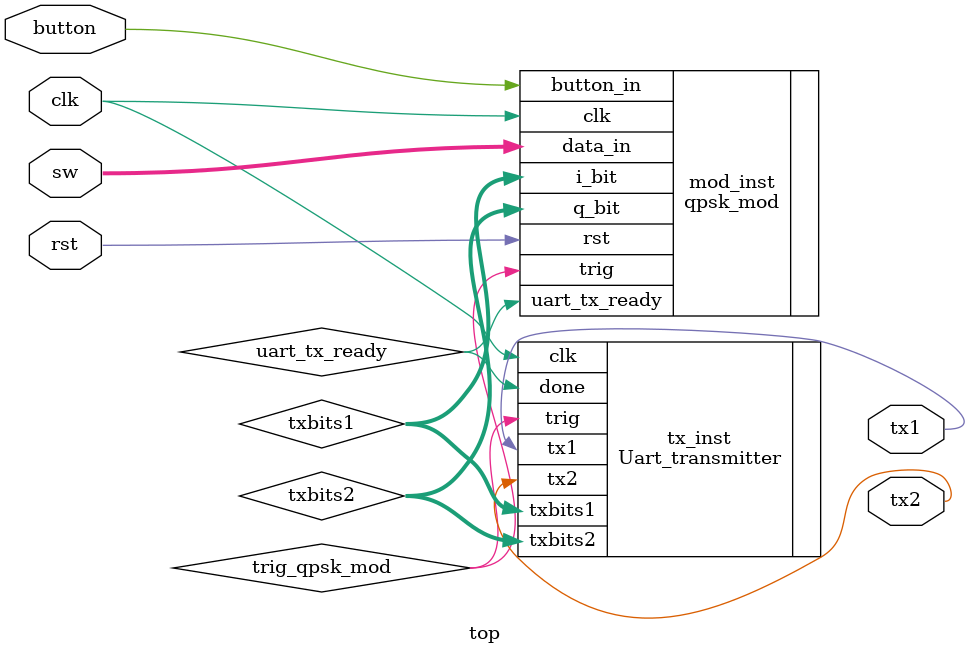
<source format=v>
`timescale 1ns / 1ps


module top( input clk, rst, button, input [11:0]sw, output tx1, tx2 

    );
    wire uart_tx_ready;
    wire [15:0]txbits1;
    wire [15:0]txbits2; 
    wire trig_qpsk_mod;
    
    qpsk_mod mod_inst(
    .clk(clk), .rst(rst), .data_in(sw), .button_in(button), .uart_tx_ready(uart_tx_ready), .i_bit(txbits1), .q_bit(txbits2), .trig(trig_qpsk_mod)
);
    
    Uart_transmitter tx_inst( .trig(trig_qpsk_mod), .txbits1(txbits1), .txbits2(txbits2), .clk(clk), .tx1(tx1), .tx2(tx2), .done(uart_tx_ready));
    
    
endmodule

</source>
